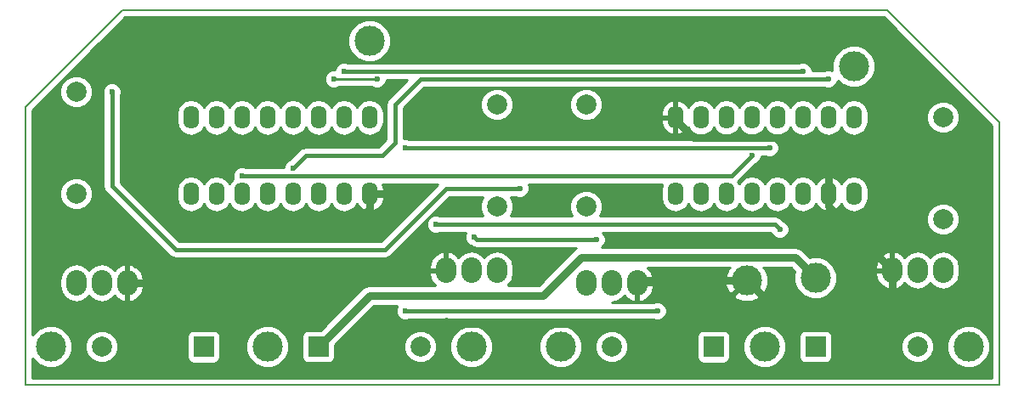
<source format=gbr>
G04 #@! TF.FileFunction,Copper,L2,Bot,Signal*
%FSLAX46Y46*%
G04 Gerber Fmt 4.6, Leading zero omitted, Abs format (unit mm)*
G04 Created by KiCad (PCBNEW 4.0.1-stable) date 2016-05-02 8:22:51 PM*
%MOMM*%
G01*
G04 APERTURE LIST*
%ADD10C,0.100000*%
%ADD11C,0.150000*%
%ADD12C,1.998980*%
%ADD13R,1.998980X1.998980*%
%ADD14O,2.032000X2.540000*%
%ADD15O,1.600000X2.300000*%
%ADD16C,3.000000*%
%ADD17C,0.600000*%
%ADD18C,0.800000*%
%ADD19C,0.450000*%
%ADD20C,0.250000*%
%ADD21C,0.254000*%
G04 APERTURE END LIST*
D10*
D11*
X202184000Y-92710000D02*
X202184000Y-93472000D01*
X202184000Y-94234000D02*
X202184000Y-92710000D01*
X105156000Y-94234000D02*
X202184000Y-94234000D01*
X202184000Y-68072000D02*
X202184000Y-92964000D01*
X191008000Y-56896000D02*
X202184000Y-68072000D01*
X187706000Y-56896000D02*
X191008000Y-56896000D01*
X185420000Y-56896000D02*
X187706000Y-56896000D01*
X114808000Y-56896000D02*
X185420000Y-56896000D01*
X113792000Y-57912000D02*
X114808000Y-56896000D01*
X113284000Y-58420000D02*
X113792000Y-57912000D01*
X112014000Y-59690000D02*
X113284000Y-58420000D01*
X105156000Y-66548000D02*
X112014000Y-59690000D01*
X105156000Y-94234000D02*
X105156000Y-66548000D01*
D12*
X194056000Y-90421460D03*
D13*
X183896000Y-90421460D03*
D12*
X163576000Y-90426540D03*
D13*
X173736000Y-90426540D03*
D12*
X144526000Y-90421460D03*
D13*
X134366000Y-90421460D03*
D12*
X112776000Y-90426540D03*
D13*
X122936000Y-90426540D03*
D14*
X194056000Y-82804000D03*
X191516000Y-82804000D03*
X196596000Y-82804000D03*
X163576000Y-84074000D03*
X166116000Y-84074000D03*
X161036000Y-84074000D03*
X149606000Y-82804000D03*
X147066000Y-82804000D03*
X152146000Y-82804000D03*
X112776000Y-84074000D03*
X115316000Y-84074000D03*
X110236000Y-84074000D03*
D12*
X196596000Y-77724000D03*
X196596000Y-67564000D03*
X161036000Y-76454000D03*
X161036000Y-66294000D03*
X152146000Y-76454000D03*
X152146000Y-66294000D03*
X110236000Y-75184000D03*
X110236000Y-65024000D03*
D15*
X121666000Y-75184000D03*
X124206000Y-75184000D03*
X126746000Y-75184000D03*
X129286000Y-75184000D03*
X131826000Y-75184000D03*
X134366000Y-75184000D03*
X136906000Y-75184000D03*
X139446000Y-75184000D03*
X139446000Y-67564000D03*
X136906000Y-67564000D03*
X134366000Y-67564000D03*
X131826000Y-67564000D03*
X129286000Y-67564000D03*
X126746000Y-67564000D03*
X124206000Y-67564000D03*
X121666000Y-67564000D03*
X187706000Y-67564000D03*
X185166000Y-67564000D03*
X182626000Y-67564000D03*
X180086000Y-67564000D03*
X177546000Y-67564000D03*
X175006000Y-67564000D03*
X172466000Y-67564000D03*
X169926000Y-67564000D03*
X169926000Y-75184000D03*
X172466000Y-75184000D03*
X175006000Y-75184000D03*
X177546000Y-75184000D03*
X180086000Y-75184000D03*
X182626000Y-75184000D03*
X185166000Y-75184000D03*
X187706000Y-75184000D03*
D16*
X139446000Y-59944000D03*
X187706000Y-62484000D03*
X199136000Y-90424000D03*
X178816000Y-90424000D03*
X158496000Y-90424000D03*
X149606000Y-90424000D03*
X129286000Y-90424000D03*
X107696000Y-90424000D03*
X177038000Y-83820000D03*
X183896000Y-83566000D03*
D17*
X196088000Y-92710000D03*
X154178000Y-90932000D03*
X117856000Y-92710000D03*
X107442000Y-78740000D03*
X145542000Y-67310000D03*
X125984000Y-64008000D03*
X117348000Y-65024000D03*
X132334000Y-59944000D03*
X134620000Y-84328000D03*
X192532000Y-73152000D03*
X180594000Y-59944000D03*
X144526000Y-59944000D03*
X127508000Y-82550000D03*
X130048000Y-79248000D03*
X144272000Y-75184000D03*
X147066000Y-87884000D03*
X165862000Y-88138000D03*
X180086000Y-67564000D03*
X113792000Y-65024000D03*
X154432000Y-74676000D03*
X131826000Y-72644000D03*
X185166000Y-63754000D03*
X177546000Y-71374000D03*
X126746000Y-73406000D03*
X168148000Y-86868000D03*
X143002000Y-86868000D03*
X146050000Y-78232000D03*
X180340000Y-78740000D03*
X182626000Y-62992000D03*
X136906000Y-62992000D03*
X140208000Y-63754000D03*
X135890000Y-63754000D03*
X162052000Y-79756000D03*
X149860000Y-79502000D03*
X143002000Y-70612000D03*
X179324000Y-70612000D03*
D18*
X115316000Y-84074000D02*
X125984000Y-84074000D01*
X125984000Y-84074000D02*
X127508000Y-82550000D01*
X139446000Y-76708000D02*
X139446000Y-75184000D01*
X137414000Y-78740000D02*
X139446000Y-76708000D01*
X130556000Y-78740000D02*
X137414000Y-78740000D01*
X130048000Y-79248000D02*
X130556000Y-78740000D01*
X139446000Y-75184000D02*
X144272000Y-75184000D01*
X147066000Y-87884000D02*
X147320000Y-88138000D01*
X147320000Y-88138000D02*
X165862000Y-88138000D01*
X177038000Y-83820000D02*
X166370000Y-83820000D01*
X166370000Y-83820000D02*
X166116000Y-84074000D01*
X191516000Y-82804000D02*
X191516000Y-85344000D01*
X180594000Y-87376000D02*
X177038000Y-83820000D01*
X189484000Y-87376000D02*
X180594000Y-87376000D01*
X191516000Y-85344000D02*
X189484000Y-87376000D01*
X185166000Y-75184000D02*
X185166000Y-76454000D01*
X185166000Y-76454000D02*
X191516000Y-82804000D01*
X169926000Y-67564000D02*
X169926000Y-67818000D01*
X169926000Y-67818000D02*
X171704000Y-69596000D01*
X171704000Y-69596000D02*
X182372000Y-69596000D01*
X182372000Y-69596000D02*
X185166000Y-72390000D01*
X185166000Y-72390000D02*
X185166000Y-75184000D01*
D19*
X113792000Y-74422000D02*
X113792000Y-65024000D01*
X120142000Y-80772000D02*
X113792000Y-74422000D01*
X140970000Y-80772000D02*
X120142000Y-80772000D01*
X147066000Y-74676000D02*
X140970000Y-80772000D01*
X154432000Y-74676000D02*
X147066000Y-74676000D01*
X140716000Y-71374000D02*
X133096000Y-71374000D01*
X185166000Y-63754000D02*
X144526000Y-63754000D01*
X144526000Y-63754000D02*
X141986000Y-66294000D01*
X141986000Y-66294000D02*
X141986000Y-70104000D01*
X141986000Y-70104000D02*
X140716000Y-71374000D01*
X133096000Y-71374000D02*
X131826000Y-72644000D01*
D20*
X131826000Y-72644000D02*
X133096000Y-71374000D01*
X140716000Y-71374000D02*
X141986000Y-70104000D01*
D19*
X175514000Y-73406000D02*
X126746000Y-73406000D01*
X177546000Y-71374000D02*
X175514000Y-73406000D01*
X168148000Y-86868000D02*
X143002000Y-86868000D01*
X179832000Y-78232000D02*
X146050000Y-78232000D01*
X180340000Y-78740000D02*
X179832000Y-78232000D01*
X182626000Y-62992000D02*
X136906000Y-62992000D01*
D20*
X140208000Y-63754000D02*
X136144000Y-63754000D01*
X136144000Y-63754000D02*
X135890000Y-63754000D01*
D19*
X162052000Y-79756000D02*
X150114000Y-79756000D01*
X150114000Y-79756000D02*
X149860000Y-79502000D01*
D20*
X149860000Y-79502000D02*
X150114000Y-79756000D01*
D19*
X178308000Y-70612000D02*
X179324000Y-70612000D01*
X178308000Y-70612000D02*
X143002000Y-70612000D01*
D18*
X134366000Y-90421460D02*
X134368540Y-90421460D01*
X134368540Y-90421460D02*
X139446000Y-85344000D01*
X181864000Y-81534000D02*
X183896000Y-83566000D01*
X160528000Y-81534000D02*
X181864000Y-81534000D01*
X156718000Y-85344000D02*
X160528000Y-81534000D01*
X139446000Y-85344000D02*
X156718000Y-85344000D01*
D21*
G36*
X201474000Y-68366092D02*
X201474000Y-93524000D01*
X105866000Y-93524000D01*
X105866000Y-91585865D01*
X105884980Y-91631800D01*
X106485041Y-92232909D01*
X107269459Y-92558628D01*
X108118815Y-92559370D01*
X108903800Y-92235020D01*
X109504909Y-91634959D01*
X109830628Y-90850541D01*
X109830715Y-90750234D01*
X111141226Y-90750234D01*
X111389538Y-91351195D01*
X111848927Y-91811386D01*
X112449453Y-92060746D01*
X113099694Y-92061314D01*
X113700655Y-91813002D01*
X114160846Y-91353613D01*
X114410206Y-90753087D01*
X114410774Y-90102846D01*
X114162462Y-89501885D01*
X114087758Y-89427050D01*
X121289070Y-89427050D01*
X121289070Y-91426030D01*
X121333348Y-91661347D01*
X121472420Y-91877471D01*
X121684620Y-92022461D01*
X121936510Y-92073470D01*
X123935490Y-92073470D01*
X124170807Y-92029192D01*
X124386931Y-91890120D01*
X124531921Y-91677920D01*
X124582930Y-91426030D01*
X124582930Y-90846815D01*
X127150630Y-90846815D01*
X127474980Y-91631800D01*
X128075041Y-92232909D01*
X128859459Y-92558628D01*
X129708815Y-92559370D01*
X130493800Y-92235020D01*
X131094909Y-91634959D01*
X131420628Y-90850541D01*
X131421370Y-90001185D01*
X131097020Y-89216200D01*
X130496959Y-88615091D01*
X129712541Y-88289372D01*
X128863185Y-88288630D01*
X128078200Y-88612980D01*
X127477091Y-89213041D01*
X127151372Y-89997459D01*
X127150630Y-90846815D01*
X124582930Y-90846815D01*
X124582930Y-89427050D01*
X124538652Y-89191733D01*
X124399580Y-88975609D01*
X124187380Y-88830619D01*
X123935490Y-88779610D01*
X121936510Y-88779610D01*
X121701193Y-88823888D01*
X121485069Y-88962960D01*
X121340079Y-89175160D01*
X121289070Y-89427050D01*
X114087758Y-89427050D01*
X113703073Y-89041694D01*
X113102547Y-88792334D01*
X112452306Y-88791766D01*
X111851345Y-89040078D01*
X111391154Y-89499467D01*
X111141794Y-90099993D01*
X111141226Y-90750234D01*
X109830715Y-90750234D01*
X109831370Y-90001185D01*
X109507020Y-89216200D01*
X108906959Y-88615091D01*
X108122541Y-88289372D01*
X107273185Y-88288630D01*
X106488200Y-88612980D01*
X105887091Y-89213041D01*
X105866000Y-89263834D01*
X105866000Y-83782679D01*
X108585000Y-83782679D01*
X108585000Y-84365321D01*
X108710675Y-84997131D01*
X109068567Y-85532754D01*
X109604190Y-85890646D01*
X110236000Y-86016321D01*
X110867810Y-85890646D01*
X111403433Y-85532754D01*
X111506000Y-85379252D01*
X111608567Y-85532754D01*
X112144190Y-85890646D01*
X112776000Y-86016321D01*
X113407810Y-85890646D01*
X113943433Y-85532754D01*
X114060054Y-85358219D01*
X114238370Y-85585236D01*
X114801523Y-85901926D01*
X114933056Y-85933975D01*
X115189000Y-85814836D01*
X115189000Y-84201000D01*
X115443000Y-84201000D01*
X115443000Y-85814836D01*
X115698944Y-85933975D01*
X115830477Y-85901926D01*
X116393630Y-85585236D01*
X116792724Y-85077143D01*
X116967000Y-84455000D01*
X116967000Y-84201000D01*
X115443000Y-84201000D01*
X115189000Y-84201000D01*
X115169000Y-84201000D01*
X115169000Y-83947000D01*
X115189000Y-83947000D01*
X115189000Y-82333164D01*
X115443000Y-82333164D01*
X115443000Y-83947000D01*
X116967000Y-83947000D01*
X116967000Y-83693000D01*
X116792724Y-83070857D01*
X116393630Y-82562764D01*
X116145096Y-82423000D01*
X145415000Y-82423000D01*
X145415000Y-82677000D01*
X146939000Y-82677000D01*
X146939000Y-81063164D01*
X146683056Y-80944025D01*
X146551523Y-80976074D01*
X145988370Y-81292764D01*
X145589276Y-81800857D01*
X145415000Y-82423000D01*
X116145096Y-82423000D01*
X115830477Y-82246074D01*
X115698944Y-82214025D01*
X115443000Y-82333164D01*
X115189000Y-82333164D01*
X114933056Y-82214025D01*
X114801523Y-82246074D01*
X114238370Y-82562764D01*
X114060054Y-82789781D01*
X113943433Y-82615246D01*
X113407810Y-82257354D01*
X112776000Y-82131679D01*
X112144190Y-82257354D01*
X111608567Y-82615246D01*
X111506000Y-82768748D01*
X111403433Y-82615246D01*
X110867810Y-82257354D01*
X110236000Y-82131679D01*
X109604190Y-82257354D01*
X109068567Y-82615246D01*
X108710675Y-83150869D01*
X108585000Y-83782679D01*
X105866000Y-83782679D01*
X105866000Y-75507694D01*
X108601226Y-75507694D01*
X108849538Y-76108655D01*
X109308927Y-76568846D01*
X109909453Y-76818206D01*
X110559694Y-76818774D01*
X111160655Y-76570462D01*
X111620846Y-76111073D01*
X111870206Y-75510547D01*
X111870774Y-74860306D01*
X111622462Y-74259345D01*
X111163073Y-73799154D01*
X110562547Y-73549794D01*
X109912306Y-73549226D01*
X109311345Y-73797538D01*
X108851154Y-74256927D01*
X108601794Y-74857453D01*
X108601226Y-75507694D01*
X105866000Y-75507694D01*
X105866000Y-66842092D01*
X107360398Y-65347694D01*
X108601226Y-65347694D01*
X108849538Y-65948655D01*
X109308927Y-66408846D01*
X109909453Y-66658206D01*
X110559694Y-66658774D01*
X111160655Y-66410462D01*
X111620846Y-65951073D01*
X111870206Y-65350547D01*
X111870329Y-65209167D01*
X112856838Y-65209167D01*
X112932000Y-65391073D01*
X112932000Y-74422000D01*
X112997464Y-74751108D01*
X113167180Y-75005107D01*
X113183888Y-75030112D01*
X119533888Y-81380112D01*
X119812892Y-81566536D01*
X120142000Y-81632000D01*
X140970000Y-81632000D01*
X141299108Y-81566536D01*
X141578112Y-81380112D01*
X147422224Y-75536000D01*
X150757387Y-75536000D01*
X150511794Y-76127453D01*
X150511226Y-76777694D01*
X150756788Y-77372000D01*
X146417028Y-77372000D01*
X146236799Y-77297162D01*
X145864833Y-77296838D01*
X145521057Y-77438883D01*
X145257808Y-77701673D01*
X145115162Y-78045201D01*
X145114838Y-78417167D01*
X145256883Y-78760943D01*
X145519673Y-79024192D01*
X145863201Y-79166838D01*
X146235167Y-79167162D01*
X146417073Y-79092000D01*
X149017844Y-79092000D01*
X148925162Y-79315201D01*
X148924838Y-79687167D01*
X149066883Y-80030943D01*
X149329673Y-80294192D01*
X149518742Y-80372701D01*
X149784892Y-80550536D01*
X150114000Y-80616000D01*
X160074730Y-80616000D01*
X159796144Y-80802144D01*
X159796142Y-80802147D01*
X156289288Y-84309000D01*
X153244221Y-84309000D01*
X153313433Y-84262754D01*
X153671325Y-83727131D01*
X153797000Y-83095321D01*
X153797000Y-82512679D01*
X153671325Y-81880869D01*
X153313433Y-81345246D01*
X152777810Y-80987354D01*
X152146000Y-80861679D01*
X151514190Y-80987354D01*
X150978567Y-81345246D01*
X150876000Y-81498748D01*
X150773433Y-81345246D01*
X150237810Y-80987354D01*
X149606000Y-80861679D01*
X148974190Y-80987354D01*
X148438567Y-81345246D01*
X148321946Y-81519781D01*
X148143630Y-81292764D01*
X147580477Y-80976074D01*
X147448944Y-80944025D01*
X147193000Y-81063164D01*
X147193000Y-82677000D01*
X147213000Y-82677000D01*
X147213000Y-82931000D01*
X147193000Y-82931000D01*
X147193000Y-82951000D01*
X146939000Y-82951000D01*
X146939000Y-82931000D01*
X145415000Y-82931000D01*
X145415000Y-83185000D01*
X145589276Y-83807143D01*
X145983472Y-84309000D01*
X139446005Y-84309000D01*
X139446000Y-84308999D01*
X139049923Y-84387785D01*
X138714144Y-84612144D01*
X138714142Y-84612147D01*
X134551758Y-88774530D01*
X133366510Y-88774530D01*
X133131193Y-88818808D01*
X132915069Y-88957880D01*
X132770079Y-89170080D01*
X132719070Y-89421970D01*
X132719070Y-91420950D01*
X132763348Y-91656267D01*
X132902420Y-91872391D01*
X133114620Y-92017381D01*
X133366510Y-92068390D01*
X135365490Y-92068390D01*
X135600807Y-92024112D01*
X135816931Y-91885040D01*
X135961921Y-91672840D01*
X136012930Y-91420950D01*
X136012930Y-90745154D01*
X142891226Y-90745154D01*
X143139538Y-91346115D01*
X143598927Y-91806306D01*
X144199453Y-92055666D01*
X144849694Y-92056234D01*
X145450655Y-91807922D01*
X145910846Y-91348533D01*
X146119177Y-90846815D01*
X147470630Y-90846815D01*
X147794980Y-91631800D01*
X148395041Y-92232909D01*
X149179459Y-92558628D01*
X150028815Y-92559370D01*
X150813800Y-92235020D01*
X151414909Y-91634959D01*
X151740628Y-90850541D01*
X151740631Y-90846815D01*
X156360630Y-90846815D01*
X156684980Y-91631800D01*
X157285041Y-92232909D01*
X158069459Y-92558628D01*
X158918815Y-92559370D01*
X159703800Y-92235020D01*
X160304909Y-91634959D01*
X160630628Y-90850541D01*
X160630715Y-90750234D01*
X161941226Y-90750234D01*
X162189538Y-91351195D01*
X162648927Y-91811386D01*
X163249453Y-92060746D01*
X163899694Y-92061314D01*
X164500655Y-91813002D01*
X164960846Y-91353613D01*
X165210206Y-90753087D01*
X165210774Y-90102846D01*
X164962462Y-89501885D01*
X164887758Y-89427050D01*
X172089070Y-89427050D01*
X172089070Y-91426030D01*
X172133348Y-91661347D01*
X172272420Y-91877471D01*
X172484620Y-92022461D01*
X172736510Y-92073470D01*
X174735490Y-92073470D01*
X174970807Y-92029192D01*
X175186931Y-91890120D01*
X175331921Y-91677920D01*
X175382930Y-91426030D01*
X175382930Y-90846815D01*
X176680630Y-90846815D01*
X177004980Y-91631800D01*
X177605041Y-92232909D01*
X178389459Y-92558628D01*
X179238815Y-92559370D01*
X180023800Y-92235020D01*
X180624909Y-91634959D01*
X180950628Y-90850541D01*
X180951370Y-90001185D01*
X180712043Y-89421970D01*
X182249070Y-89421970D01*
X182249070Y-91420950D01*
X182293348Y-91656267D01*
X182432420Y-91872391D01*
X182644620Y-92017381D01*
X182896510Y-92068390D01*
X184895490Y-92068390D01*
X185130807Y-92024112D01*
X185346931Y-91885040D01*
X185491921Y-91672840D01*
X185542930Y-91420950D01*
X185542930Y-90745154D01*
X192421226Y-90745154D01*
X192669538Y-91346115D01*
X193128927Y-91806306D01*
X193729453Y-92055666D01*
X194379694Y-92056234D01*
X194980655Y-91807922D01*
X195440846Y-91348533D01*
X195649177Y-90846815D01*
X197000630Y-90846815D01*
X197324980Y-91631800D01*
X197925041Y-92232909D01*
X198709459Y-92558628D01*
X199558815Y-92559370D01*
X200343800Y-92235020D01*
X200944909Y-91634959D01*
X201270628Y-90850541D01*
X201271370Y-90001185D01*
X200947020Y-89216200D01*
X200346959Y-88615091D01*
X199562541Y-88289372D01*
X198713185Y-88288630D01*
X197928200Y-88612980D01*
X197327091Y-89213041D01*
X197001372Y-89997459D01*
X197000630Y-90846815D01*
X195649177Y-90846815D01*
X195690206Y-90748007D01*
X195690774Y-90097766D01*
X195442462Y-89496805D01*
X194983073Y-89036614D01*
X194382547Y-88787254D01*
X193732306Y-88786686D01*
X193131345Y-89034998D01*
X192671154Y-89494387D01*
X192421794Y-90094913D01*
X192421226Y-90745154D01*
X185542930Y-90745154D01*
X185542930Y-89421970D01*
X185498652Y-89186653D01*
X185359580Y-88970529D01*
X185147380Y-88825539D01*
X184895490Y-88774530D01*
X182896510Y-88774530D01*
X182661193Y-88818808D01*
X182445069Y-88957880D01*
X182300079Y-89170080D01*
X182249070Y-89421970D01*
X180712043Y-89421970D01*
X180627020Y-89216200D01*
X180026959Y-88615091D01*
X179242541Y-88289372D01*
X178393185Y-88288630D01*
X177608200Y-88612980D01*
X177007091Y-89213041D01*
X176681372Y-89997459D01*
X176680630Y-90846815D01*
X175382930Y-90846815D01*
X175382930Y-89427050D01*
X175338652Y-89191733D01*
X175199580Y-88975609D01*
X174987380Y-88830619D01*
X174735490Y-88779610D01*
X172736510Y-88779610D01*
X172501193Y-88823888D01*
X172285069Y-88962960D01*
X172140079Y-89175160D01*
X172089070Y-89427050D01*
X164887758Y-89427050D01*
X164503073Y-89041694D01*
X163902547Y-88792334D01*
X163252306Y-88791766D01*
X162651345Y-89040078D01*
X162191154Y-89499467D01*
X161941794Y-90099993D01*
X161941226Y-90750234D01*
X160630715Y-90750234D01*
X160631370Y-90001185D01*
X160307020Y-89216200D01*
X159706959Y-88615091D01*
X158922541Y-88289372D01*
X158073185Y-88288630D01*
X157288200Y-88612980D01*
X156687091Y-89213041D01*
X156361372Y-89997459D01*
X156360630Y-90846815D01*
X151740631Y-90846815D01*
X151741370Y-90001185D01*
X151417020Y-89216200D01*
X150816959Y-88615091D01*
X150032541Y-88289372D01*
X149183185Y-88288630D01*
X148398200Y-88612980D01*
X147797091Y-89213041D01*
X147471372Y-89997459D01*
X147470630Y-90846815D01*
X146119177Y-90846815D01*
X146160206Y-90748007D01*
X146160774Y-90097766D01*
X145912462Y-89496805D01*
X145453073Y-89036614D01*
X144852547Y-88787254D01*
X144202306Y-88786686D01*
X143601345Y-89034998D01*
X143141154Y-89494387D01*
X142891794Y-90094913D01*
X142891226Y-90745154D01*
X136012930Y-90745154D01*
X136012930Y-90240782D01*
X139874711Y-86379000D01*
X142192647Y-86379000D01*
X142067162Y-86681201D01*
X142066838Y-87053167D01*
X142208883Y-87396943D01*
X142471673Y-87660192D01*
X142815201Y-87802838D01*
X143187167Y-87803162D01*
X143369073Y-87728000D01*
X167780972Y-87728000D01*
X167961201Y-87802838D01*
X168333167Y-87803162D01*
X168676943Y-87661117D01*
X168940192Y-87398327D01*
X169082838Y-87054799D01*
X169083162Y-86682833D01*
X168941117Y-86339057D01*
X168678327Y-86075808D01*
X168334799Y-85933162D01*
X167962833Y-85932838D01*
X167780927Y-86008000D01*
X163617832Y-86008000D01*
X164207810Y-85890646D01*
X164743433Y-85532754D01*
X164860054Y-85358219D01*
X165038370Y-85585236D01*
X165601523Y-85901926D01*
X165733056Y-85933975D01*
X165989000Y-85814836D01*
X165989000Y-84201000D01*
X166243000Y-84201000D01*
X166243000Y-85814836D01*
X166498944Y-85933975D01*
X166630477Y-85901926D01*
X167193630Y-85585236D01*
X167390992Y-85333970D01*
X175703635Y-85333970D01*
X175863418Y-85652739D01*
X176654187Y-85962723D01*
X177503387Y-85946497D01*
X178212582Y-85652739D01*
X178372365Y-85333970D01*
X177038000Y-83999605D01*
X175703635Y-85333970D01*
X167390992Y-85333970D01*
X167592724Y-85077143D01*
X167767000Y-84455000D01*
X167767000Y-84201000D01*
X166243000Y-84201000D01*
X165989000Y-84201000D01*
X165969000Y-84201000D01*
X165969000Y-83947000D01*
X165989000Y-83947000D01*
X165989000Y-83927000D01*
X166243000Y-83927000D01*
X166243000Y-83947000D01*
X167767000Y-83947000D01*
X167767000Y-83693000D01*
X167592724Y-83070857D01*
X167198528Y-82569000D01*
X175357716Y-82569000D01*
X175205261Y-82645418D01*
X174895277Y-83436187D01*
X174911503Y-84285387D01*
X175205261Y-84994582D01*
X175524030Y-85154365D01*
X176858395Y-83820000D01*
X176844253Y-83805858D01*
X177023858Y-83626253D01*
X177038000Y-83640395D01*
X177052143Y-83626253D01*
X177231748Y-83805858D01*
X177217605Y-83820000D01*
X178551970Y-85154365D01*
X178870739Y-84994582D01*
X179180723Y-84203813D01*
X179164497Y-83354613D01*
X178870739Y-82645418D01*
X178718284Y-82569000D01*
X181435288Y-82569000D01*
X181833073Y-82966784D01*
X181761372Y-83139459D01*
X181760630Y-83988815D01*
X182084980Y-84773800D01*
X182685041Y-85374909D01*
X183469459Y-85700628D01*
X184318815Y-85701370D01*
X185103800Y-85377020D01*
X185704909Y-84776959D01*
X186030628Y-83992541D01*
X186031370Y-83143185D01*
X185943697Y-82931000D01*
X189865000Y-82931000D01*
X189865000Y-83185000D01*
X190039276Y-83807143D01*
X190438370Y-84315236D01*
X191001523Y-84631926D01*
X191133056Y-84663975D01*
X191389000Y-84544836D01*
X191389000Y-82931000D01*
X189865000Y-82931000D01*
X185943697Y-82931000D01*
X185733795Y-82423000D01*
X189865000Y-82423000D01*
X189865000Y-82677000D01*
X191389000Y-82677000D01*
X191389000Y-81063164D01*
X191643000Y-81063164D01*
X191643000Y-82677000D01*
X191663000Y-82677000D01*
X191663000Y-82931000D01*
X191643000Y-82931000D01*
X191643000Y-84544836D01*
X191898944Y-84663975D01*
X192030477Y-84631926D01*
X192593630Y-84315236D01*
X192771946Y-84088219D01*
X192888567Y-84262754D01*
X193424190Y-84620646D01*
X194056000Y-84746321D01*
X194687810Y-84620646D01*
X195223433Y-84262754D01*
X195326000Y-84109252D01*
X195428567Y-84262754D01*
X195964190Y-84620646D01*
X196596000Y-84746321D01*
X197227810Y-84620646D01*
X197763433Y-84262754D01*
X198121325Y-83727131D01*
X198247000Y-83095321D01*
X198247000Y-82512679D01*
X198121325Y-81880869D01*
X197763433Y-81345246D01*
X197227810Y-80987354D01*
X196596000Y-80861679D01*
X195964190Y-80987354D01*
X195428567Y-81345246D01*
X195326000Y-81498748D01*
X195223433Y-81345246D01*
X194687810Y-80987354D01*
X194056000Y-80861679D01*
X193424190Y-80987354D01*
X192888567Y-81345246D01*
X192771946Y-81519781D01*
X192593630Y-81292764D01*
X192030477Y-80976074D01*
X191898944Y-80944025D01*
X191643000Y-81063164D01*
X191389000Y-81063164D01*
X191133056Y-80944025D01*
X191001523Y-80976074D01*
X190438370Y-81292764D01*
X190039276Y-81800857D01*
X189865000Y-82423000D01*
X185733795Y-82423000D01*
X185707020Y-82358200D01*
X185106959Y-81757091D01*
X184322541Y-81431372D01*
X183473185Y-81430630D01*
X183297099Y-81503387D01*
X182595856Y-80802144D01*
X182260077Y-80577785D01*
X181864000Y-80498999D01*
X181863995Y-80499000D01*
X162631148Y-80499000D01*
X162844192Y-80286327D01*
X162986838Y-79942799D01*
X162987162Y-79570833D01*
X162845117Y-79227057D01*
X162710295Y-79092000D01*
X179473772Y-79092000D01*
X179546883Y-79268943D01*
X179809673Y-79532192D01*
X180153201Y-79674838D01*
X180525167Y-79675162D01*
X180868943Y-79533117D01*
X181132192Y-79270327D01*
X181274838Y-78926799D01*
X181275162Y-78554833D01*
X181133117Y-78211057D01*
X180970039Y-78047694D01*
X194961226Y-78047694D01*
X195209538Y-78648655D01*
X195668927Y-79108846D01*
X196269453Y-79358206D01*
X196919694Y-79358774D01*
X197520655Y-79110462D01*
X197980846Y-78651073D01*
X198230206Y-78050547D01*
X198230774Y-77400306D01*
X197982462Y-76799345D01*
X197523073Y-76339154D01*
X196922547Y-76089794D01*
X196272306Y-76089226D01*
X195671345Y-76337538D01*
X195211154Y-76796927D01*
X194961794Y-77397453D01*
X194961226Y-78047694D01*
X180970039Y-78047694D01*
X180870327Y-77947808D01*
X180688551Y-77872328D01*
X180440112Y-77623888D01*
X180161108Y-77437464D01*
X179832000Y-77372000D01*
X162424613Y-77372000D01*
X162670206Y-76780547D01*
X162670774Y-76130306D01*
X162422462Y-75529345D01*
X161963073Y-75069154D01*
X161362547Y-74819794D01*
X160712306Y-74819226D01*
X160111345Y-75067538D01*
X159651154Y-75526927D01*
X159401794Y-76127453D01*
X159401226Y-76777694D01*
X159646788Y-77372000D01*
X153534613Y-77372000D01*
X153780206Y-76780547D01*
X153780774Y-76130306D01*
X153535212Y-75536000D01*
X154064972Y-75536000D01*
X154245201Y-75610838D01*
X154617167Y-75611162D01*
X154960943Y-75469117D01*
X155224192Y-75206327D01*
X155366838Y-74862799D01*
X155367162Y-74490833D01*
X155274263Y-74266000D01*
X168597026Y-74266000D01*
X168491000Y-74799030D01*
X168491000Y-75568970D01*
X168600233Y-76118121D01*
X168911302Y-76583668D01*
X169376849Y-76894737D01*
X169926000Y-77003970D01*
X170475151Y-76894737D01*
X170940698Y-76583668D01*
X171196000Y-76201582D01*
X171451302Y-76583668D01*
X171916849Y-76894737D01*
X172466000Y-77003970D01*
X173015151Y-76894737D01*
X173480698Y-76583668D01*
X173736000Y-76201582D01*
X173991302Y-76583668D01*
X174456849Y-76894737D01*
X175006000Y-77003970D01*
X175555151Y-76894737D01*
X176020698Y-76583668D01*
X176276000Y-76201582D01*
X176531302Y-76583668D01*
X176996849Y-76894737D01*
X177546000Y-77003970D01*
X178095151Y-76894737D01*
X178560698Y-76583668D01*
X178816000Y-76201582D01*
X179071302Y-76583668D01*
X179536849Y-76894737D01*
X180086000Y-77003970D01*
X180635151Y-76894737D01*
X181100698Y-76583668D01*
X181356000Y-76201582D01*
X181611302Y-76583668D01*
X182076849Y-76894737D01*
X182626000Y-77003970D01*
X183175151Y-76894737D01*
X183640698Y-76583668D01*
X183893149Y-76205849D01*
X184241104Y-76638500D01*
X184734181Y-76908367D01*
X184816961Y-76925904D01*
X185039000Y-76803915D01*
X185039000Y-75311000D01*
X185019000Y-75311000D01*
X185019000Y-75057000D01*
X185039000Y-75057000D01*
X185039000Y-73564085D01*
X185293000Y-73564085D01*
X185293000Y-75057000D01*
X185313000Y-75057000D01*
X185313000Y-75311000D01*
X185293000Y-75311000D01*
X185293000Y-76803915D01*
X185515039Y-76925904D01*
X185597819Y-76908367D01*
X186090896Y-76638500D01*
X186438851Y-76205849D01*
X186691302Y-76583668D01*
X187156849Y-76894737D01*
X187706000Y-77003970D01*
X188255151Y-76894737D01*
X188720698Y-76583668D01*
X189031767Y-76118121D01*
X189141000Y-75568970D01*
X189141000Y-74799030D01*
X189031767Y-74249879D01*
X188720698Y-73784332D01*
X188255151Y-73473263D01*
X187706000Y-73364030D01*
X187156849Y-73473263D01*
X186691302Y-73784332D01*
X186438851Y-74162151D01*
X186090896Y-73729500D01*
X185597819Y-73459633D01*
X185515039Y-73442096D01*
X185293000Y-73564085D01*
X185039000Y-73564085D01*
X184816961Y-73442096D01*
X184734181Y-73459633D01*
X184241104Y-73729500D01*
X183893149Y-74162151D01*
X183640698Y-73784332D01*
X183175151Y-73473263D01*
X182626000Y-73364030D01*
X182076849Y-73473263D01*
X181611302Y-73784332D01*
X181356000Y-74166418D01*
X181100698Y-73784332D01*
X180635151Y-73473263D01*
X180086000Y-73364030D01*
X179536849Y-73473263D01*
X179071302Y-73784332D01*
X178816000Y-74166418D01*
X178560698Y-73784332D01*
X178095151Y-73473263D01*
X177546000Y-73364030D01*
X176996849Y-73473263D01*
X176531302Y-73784332D01*
X176276000Y-74166418D01*
X176153356Y-73982868D01*
X177894585Y-72241639D01*
X178074943Y-72167117D01*
X178338192Y-71904327D01*
X178480838Y-71560799D01*
X178480915Y-71472000D01*
X178956972Y-71472000D01*
X179137201Y-71546838D01*
X179509167Y-71547162D01*
X179852943Y-71405117D01*
X180116192Y-71142327D01*
X180258838Y-70798799D01*
X180259162Y-70426833D01*
X180117117Y-70083057D01*
X179854327Y-69819808D01*
X179510799Y-69677162D01*
X179138833Y-69676838D01*
X178956927Y-69752000D01*
X143369028Y-69752000D01*
X143188799Y-69677162D01*
X142846000Y-69676863D01*
X142846000Y-66650224D01*
X142878530Y-66617694D01*
X150511226Y-66617694D01*
X150759538Y-67218655D01*
X151218927Y-67678846D01*
X151819453Y-67928206D01*
X152469694Y-67928774D01*
X153070655Y-67680462D01*
X153530846Y-67221073D01*
X153780206Y-66620547D01*
X153780208Y-66617694D01*
X159401226Y-66617694D01*
X159649538Y-67218655D01*
X160108927Y-67678846D01*
X160709453Y-67928206D01*
X161359694Y-67928774D01*
X161935151Y-67691000D01*
X168491000Y-67691000D01*
X168491000Y-68041000D01*
X168648834Y-68580483D01*
X169001104Y-69018500D01*
X169494181Y-69288367D01*
X169576961Y-69305904D01*
X169799000Y-69183915D01*
X169799000Y-67691000D01*
X168491000Y-67691000D01*
X161935151Y-67691000D01*
X161960655Y-67680462D01*
X162420846Y-67221073D01*
X162476517Y-67087000D01*
X168491000Y-67087000D01*
X168491000Y-67437000D01*
X169799000Y-67437000D01*
X169799000Y-65944085D01*
X170053000Y-65944085D01*
X170053000Y-67437000D01*
X170073000Y-67437000D01*
X170073000Y-67691000D01*
X170053000Y-67691000D01*
X170053000Y-69183915D01*
X170275039Y-69305904D01*
X170357819Y-69288367D01*
X170850896Y-69018500D01*
X171198851Y-68585849D01*
X171451302Y-68963668D01*
X171916849Y-69274737D01*
X172466000Y-69383970D01*
X173015151Y-69274737D01*
X173480698Y-68963668D01*
X173736000Y-68581582D01*
X173991302Y-68963668D01*
X174456849Y-69274737D01*
X175006000Y-69383970D01*
X175555151Y-69274737D01*
X176020698Y-68963668D01*
X176276000Y-68581582D01*
X176531302Y-68963668D01*
X176996849Y-69274737D01*
X177546000Y-69383970D01*
X178095151Y-69274737D01*
X178560698Y-68963668D01*
X178816000Y-68581582D01*
X179071302Y-68963668D01*
X179536849Y-69274737D01*
X180086000Y-69383970D01*
X180635151Y-69274737D01*
X181100698Y-68963668D01*
X181356000Y-68581582D01*
X181611302Y-68963668D01*
X182076849Y-69274737D01*
X182626000Y-69383970D01*
X183175151Y-69274737D01*
X183640698Y-68963668D01*
X183896000Y-68581582D01*
X184151302Y-68963668D01*
X184616849Y-69274737D01*
X185166000Y-69383970D01*
X185715151Y-69274737D01*
X186180698Y-68963668D01*
X186436000Y-68581582D01*
X186691302Y-68963668D01*
X187156849Y-69274737D01*
X187706000Y-69383970D01*
X188255151Y-69274737D01*
X188720698Y-68963668D01*
X189031767Y-68498121D01*
X189141000Y-67948970D01*
X189141000Y-67887694D01*
X194961226Y-67887694D01*
X195209538Y-68488655D01*
X195668927Y-68948846D01*
X196269453Y-69198206D01*
X196919694Y-69198774D01*
X197520655Y-68950462D01*
X197980846Y-68491073D01*
X198230206Y-67890547D01*
X198230774Y-67240306D01*
X197982462Y-66639345D01*
X197523073Y-66179154D01*
X196922547Y-65929794D01*
X196272306Y-65929226D01*
X195671345Y-66177538D01*
X195211154Y-66636927D01*
X194961794Y-67237453D01*
X194961226Y-67887694D01*
X189141000Y-67887694D01*
X189141000Y-67179030D01*
X189031767Y-66629879D01*
X188720698Y-66164332D01*
X188255151Y-65853263D01*
X187706000Y-65744030D01*
X187156849Y-65853263D01*
X186691302Y-66164332D01*
X186436000Y-66546418D01*
X186180698Y-66164332D01*
X185715151Y-65853263D01*
X185166000Y-65744030D01*
X184616849Y-65853263D01*
X184151302Y-66164332D01*
X183896000Y-66546418D01*
X183640698Y-66164332D01*
X183175151Y-65853263D01*
X182626000Y-65744030D01*
X182076849Y-65853263D01*
X181611302Y-66164332D01*
X181356000Y-66546418D01*
X181100698Y-66164332D01*
X180635151Y-65853263D01*
X180086000Y-65744030D01*
X179536849Y-65853263D01*
X179071302Y-66164332D01*
X178816000Y-66546418D01*
X178560698Y-66164332D01*
X178095151Y-65853263D01*
X177546000Y-65744030D01*
X176996849Y-65853263D01*
X176531302Y-66164332D01*
X176276000Y-66546418D01*
X176020698Y-66164332D01*
X175555151Y-65853263D01*
X175006000Y-65744030D01*
X174456849Y-65853263D01*
X173991302Y-66164332D01*
X173736000Y-66546418D01*
X173480698Y-66164332D01*
X173015151Y-65853263D01*
X172466000Y-65744030D01*
X171916849Y-65853263D01*
X171451302Y-66164332D01*
X171198851Y-66542151D01*
X170850896Y-66109500D01*
X170357819Y-65839633D01*
X170275039Y-65822096D01*
X170053000Y-65944085D01*
X169799000Y-65944085D01*
X169576961Y-65822096D01*
X169494181Y-65839633D01*
X169001104Y-66109500D01*
X168648834Y-66547517D01*
X168491000Y-67087000D01*
X162476517Y-67087000D01*
X162670206Y-66620547D01*
X162670774Y-65970306D01*
X162422462Y-65369345D01*
X161963073Y-64909154D01*
X161362547Y-64659794D01*
X160712306Y-64659226D01*
X160111345Y-64907538D01*
X159651154Y-65366927D01*
X159401794Y-65967453D01*
X159401226Y-66617694D01*
X153780208Y-66617694D01*
X153780774Y-65970306D01*
X153532462Y-65369345D01*
X153073073Y-64909154D01*
X152472547Y-64659794D01*
X151822306Y-64659226D01*
X151221345Y-64907538D01*
X150761154Y-65366927D01*
X150511794Y-65967453D01*
X150511226Y-66617694D01*
X142878530Y-66617694D01*
X144882224Y-64614000D01*
X184798972Y-64614000D01*
X184979201Y-64688838D01*
X185351167Y-64689162D01*
X185694943Y-64547117D01*
X185958192Y-64284327D01*
X186100838Y-63940799D01*
X186100875Y-63898055D01*
X186495041Y-64292909D01*
X187279459Y-64618628D01*
X188128815Y-64619370D01*
X188913800Y-64295020D01*
X189514909Y-63694959D01*
X189840628Y-62910541D01*
X189841370Y-62061185D01*
X189517020Y-61276200D01*
X188916959Y-60675091D01*
X188132541Y-60349372D01*
X187283185Y-60348630D01*
X186498200Y-60672980D01*
X185897091Y-61273041D01*
X185571372Y-62057459D01*
X185570630Y-62906815D01*
X185572026Y-62910193D01*
X185352799Y-62819162D01*
X184980833Y-62818838D01*
X184798927Y-62894000D01*
X183561086Y-62894000D01*
X183561162Y-62806833D01*
X183419117Y-62463057D01*
X183156327Y-62199808D01*
X182812799Y-62057162D01*
X182440833Y-62056838D01*
X182258927Y-62132000D01*
X137273028Y-62132000D01*
X137092799Y-62057162D01*
X136720833Y-62056838D01*
X136377057Y-62198883D01*
X136113808Y-62461673D01*
X135971162Y-62805201D01*
X135971150Y-62819070D01*
X135704833Y-62818838D01*
X135361057Y-62960883D01*
X135097808Y-63223673D01*
X134955162Y-63567201D01*
X134954838Y-63939167D01*
X135096883Y-64282943D01*
X135359673Y-64546192D01*
X135703201Y-64688838D01*
X136075167Y-64689162D01*
X136418943Y-64547117D01*
X136452118Y-64514000D01*
X139645537Y-64514000D01*
X139677673Y-64546192D01*
X140021201Y-64688838D01*
X140393167Y-64689162D01*
X140736943Y-64547117D01*
X141000192Y-64284327D01*
X141142838Y-63940799D01*
X141142915Y-63852000D01*
X143211776Y-63852000D01*
X141377888Y-65685888D01*
X141191464Y-65964892D01*
X141126000Y-66294000D01*
X141126000Y-69747776D01*
X140359776Y-70514000D01*
X133096000Y-70514000D01*
X132766892Y-70579464D01*
X132568370Y-70712112D01*
X132487888Y-70765888D01*
X131477415Y-71776361D01*
X131297057Y-71850883D01*
X131033808Y-72113673D01*
X130891162Y-72457201D01*
X130891085Y-72546000D01*
X127113028Y-72546000D01*
X126932799Y-72471162D01*
X126560833Y-72470838D01*
X126217057Y-72612883D01*
X125953808Y-72875673D01*
X125811162Y-73219201D01*
X125810838Y-73591167D01*
X125856176Y-73700894D01*
X125731302Y-73784332D01*
X125476000Y-74166418D01*
X125220698Y-73784332D01*
X124755151Y-73473263D01*
X124206000Y-73364030D01*
X123656849Y-73473263D01*
X123191302Y-73784332D01*
X122936000Y-74166418D01*
X122680698Y-73784332D01*
X122215151Y-73473263D01*
X121666000Y-73364030D01*
X121116849Y-73473263D01*
X120651302Y-73784332D01*
X120340233Y-74249879D01*
X120231000Y-74799030D01*
X120231000Y-75568970D01*
X120340233Y-76118121D01*
X120651302Y-76583668D01*
X121116849Y-76894737D01*
X121666000Y-77003970D01*
X122215151Y-76894737D01*
X122680698Y-76583668D01*
X122936000Y-76201582D01*
X123191302Y-76583668D01*
X123656849Y-76894737D01*
X124206000Y-77003970D01*
X124755151Y-76894737D01*
X125220698Y-76583668D01*
X125476000Y-76201582D01*
X125731302Y-76583668D01*
X126196849Y-76894737D01*
X126746000Y-77003970D01*
X127295151Y-76894737D01*
X127760698Y-76583668D01*
X128016000Y-76201582D01*
X128271302Y-76583668D01*
X128736849Y-76894737D01*
X129286000Y-77003970D01*
X129835151Y-76894737D01*
X130300698Y-76583668D01*
X130556000Y-76201582D01*
X130811302Y-76583668D01*
X131276849Y-76894737D01*
X131826000Y-77003970D01*
X132375151Y-76894737D01*
X132840698Y-76583668D01*
X133096000Y-76201582D01*
X133351302Y-76583668D01*
X133816849Y-76894737D01*
X134366000Y-77003970D01*
X134915151Y-76894737D01*
X135380698Y-76583668D01*
X135636000Y-76201582D01*
X135891302Y-76583668D01*
X136356849Y-76894737D01*
X136906000Y-77003970D01*
X137455151Y-76894737D01*
X137920698Y-76583668D01*
X138173149Y-76205849D01*
X138521104Y-76638500D01*
X139014181Y-76908367D01*
X139096961Y-76925904D01*
X139319000Y-76803915D01*
X139319000Y-75311000D01*
X139573000Y-75311000D01*
X139573000Y-76803915D01*
X139795039Y-76925904D01*
X139877819Y-76908367D01*
X140370896Y-76638500D01*
X140723166Y-76200483D01*
X140881000Y-75661000D01*
X140881000Y-75311000D01*
X139573000Y-75311000D01*
X139319000Y-75311000D01*
X139299000Y-75311000D01*
X139299000Y-75057000D01*
X139319000Y-75057000D01*
X139319000Y-75037000D01*
X139573000Y-75037000D01*
X139573000Y-75057000D01*
X140881000Y-75057000D01*
X140881000Y-74707000D01*
X140751979Y-74266000D01*
X146259776Y-74266000D01*
X140613776Y-79912000D01*
X120498224Y-79912000D01*
X114652000Y-74065776D01*
X114652000Y-67179030D01*
X120231000Y-67179030D01*
X120231000Y-67948970D01*
X120340233Y-68498121D01*
X120651302Y-68963668D01*
X121116849Y-69274737D01*
X121666000Y-69383970D01*
X122215151Y-69274737D01*
X122680698Y-68963668D01*
X122936000Y-68581582D01*
X123191302Y-68963668D01*
X123656849Y-69274737D01*
X124206000Y-69383970D01*
X124755151Y-69274737D01*
X125220698Y-68963668D01*
X125476000Y-68581582D01*
X125731302Y-68963668D01*
X126196849Y-69274737D01*
X126746000Y-69383970D01*
X127295151Y-69274737D01*
X127760698Y-68963668D01*
X128016000Y-68581582D01*
X128271302Y-68963668D01*
X128736849Y-69274737D01*
X129286000Y-69383970D01*
X129835151Y-69274737D01*
X130300698Y-68963668D01*
X130556000Y-68581582D01*
X130811302Y-68963668D01*
X131276849Y-69274737D01*
X131826000Y-69383970D01*
X132375151Y-69274737D01*
X132840698Y-68963668D01*
X133096000Y-68581582D01*
X133351302Y-68963668D01*
X133816849Y-69274737D01*
X134366000Y-69383970D01*
X134915151Y-69274737D01*
X135380698Y-68963668D01*
X135636000Y-68581582D01*
X135891302Y-68963668D01*
X136356849Y-69274737D01*
X136906000Y-69383970D01*
X137455151Y-69274737D01*
X137920698Y-68963668D01*
X138176000Y-68581582D01*
X138431302Y-68963668D01*
X138896849Y-69274737D01*
X139446000Y-69383970D01*
X139995151Y-69274737D01*
X140460698Y-68963668D01*
X140771767Y-68498121D01*
X140881000Y-67948970D01*
X140881000Y-67179030D01*
X140771767Y-66629879D01*
X140460698Y-66164332D01*
X139995151Y-65853263D01*
X139446000Y-65744030D01*
X138896849Y-65853263D01*
X138431302Y-66164332D01*
X138176000Y-66546418D01*
X137920698Y-66164332D01*
X137455151Y-65853263D01*
X136906000Y-65744030D01*
X136356849Y-65853263D01*
X135891302Y-66164332D01*
X135636000Y-66546418D01*
X135380698Y-66164332D01*
X134915151Y-65853263D01*
X134366000Y-65744030D01*
X133816849Y-65853263D01*
X133351302Y-66164332D01*
X133096000Y-66546418D01*
X132840698Y-66164332D01*
X132375151Y-65853263D01*
X131826000Y-65744030D01*
X131276849Y-65853263D01*
X130811302Y-66164332D01*
X130556000Y-66546418D01*
X130300698Y-66164332D01*
X129835151Y-65853263D01*
X129286000Y-65744030D01*
X128736849Y-65853263D01*
X128271302Y-66164332D01*
X128016000Y-66546418D01*
X127760698Y-66164332D01*
X127295151Y-65853263D01*
X126746000Y-65744030D01*
X126196849Y-65853263D01*
X125731302Y-66164332D01*
X125476000Y-66546418D01*
X125220698Y-66164332D01*
X124755151Y-65853263D01*
X124206000Y-65744030D01*
X123656849Y-65853263D01*
X123191302Y-66164332D01*
X122936000Y-66546418D01*
X122680698Y-66164332D01*
X122215151Y-65853263D01*
X121666000Y-65744030D01*
X121116849Y-65853263D01*
X120651302Y-66164332D01*
X120340233Y-66629879D01*
X120231000Y-67179030D01*
X114652000Y-67179030D01*
X114652000Y-65391028D01*
X114726838Y-65210799D01*
X114727162Y-64838833D01*
X114585117Y-64495057D01*
X114322327Y-64231808D01*
X113978799Y-64089162D01*
X113606833Y-64088838D01*
X113263057Y-64230883D01*
X112999808Y-64493673D01*
X112857162Y-64837201D01*
X112856838Y-65209167D01*
X111870329Y-65209167D01*
X111870774Y-64700306D01*
X111622462Y-64099345D01*
X111163073Y-63639154D01*
X110562547Y-63389794D01*
X109912306Y-63389226D01*
X109311345Y-63637538D01*
X108851154Y-64096927D01*
X108601794Y-64697453D01*
X108601226Y-65347694D01*
X107360398Y-65347694D01*
X112341277Y-60366815D01*
X137310630Y-60366815D01*
X137634980Y-61151800D01*
X138235041Y-61752909D01*
X139019459Y-62078628D01*
X139868815Y-62079370D01*
X140653800Y-61755020D01*
X141254909Y-61154959D01*
X141580628Y-60370541D01*
X141581370Y-59521185D01*
X141257020Y-58736200D01*
X140656959Y-58135091D01*
X139872541Y-57809372D01*
X139023185Y-57808630D01*
X138238200Y-58132980D01*
X137637091Y-58733041D01*
X137311372Y-59517459D01*
X137310630Y-60366815D01*
X112341277Y-60366815D01*
X113786046Y-58922046D01*
X114294043Y-58414048D01*
X114294046Y-58414046D01*
X115102092Y-57606000D01*
X190713908Y-57606000D01*
X201474000Y-68366092D01*
X201474000Y-68366092D01*
G37*
X201474000Y-68366092D02*
X201474000Y-93524000D01*
X105866000Y-93524000D01*
X105866000Y-91585865D01*
X105884980Y-91631800D01*
X106485041Y-92232909D01*
X107269459Y-92558628D01*
X108118815Y-92559370D01*
X108903800Y-92235020D01*
X109504909Y-91634959D01*
X109830628Y-90850541D01*
X109830715Y-90750234D01*
X111141226Y-90750234D01*
X111389538Y-91351195D01*
X111848927Y-91811386D01*
X112449453Y-92060746D01*
X113099694Y-92061314D01*
X113700655Y-91813002D01*
X114160846Y-91353613D01*
X114410206Y-90753087D01*
X114410774Y-90102846D01*
X114162462Y-89501885D01*
X114087758Y-89427050D01*
X121289070Y-89427050D01*
X121289070Y-91426030D01*
X121333348Y-91661347D01*
X121472420Y-91877471D01*
X121684620Y-92022461D01*
X121936510Y-92073470D01*
X123935490Y-92073470D01*
X124170807Y-92029192D01*
X124386931Y-91890120D01*
X124531921Y-91677920D01*
X124582930Y-91426030D01*
X124582930Y-90846815D01*
X127150630Y-90846815D01*
X127474980Y-91631800D01*
X128075041Y-92232909D01*
X128859459Y-92558628D01*
X129708815Y-92559370D01*
X130493800Y-92235020D01*
X131094909Y-91634959D01*
X131420628Y-90850541D01*
X131421370Y-90001185D01*
X131097020Y-89216200D01*
X130496959Y-88615091D01*
X129712541Y-88289372D01*
X128863185Y-88288630D01*
X128078200Y-88612980D01*
X127477091Y-89213041D01*
X127151372Y-89997459D01*
X127150630Y-90846815D01*
X124582930Y-90846815D01*
X124582930Y-89427050D01*
X124538652Y-89191733D01*
X124399580Y-88975609D01*
X124187380Y-88830619D01*
X123935490Y-88779610D01*
X121936510Y-88779610D01*
X121701193Y-88823888D01*
X121485069Y-88962960D01*
X121340079Y-89175160D01*
X121289070Y-89427050D01*
X114087758Y-89427050D01*
X113703073Y-89041694D01*
X113102547Y-88792334D01*
X112452306Y-88791766D01*
X111851345Y-89040078D01*
X111391154Y-89499467D01*
X111141794Y-90099993D01*
X111141226Y-90750234D01*
X109830715Y-90750234D01*
X109831370Y-90001185D01*
X109507020Y-89216200D01*
X108906959Y-88615091D01*
X108122541Y-88289372D01*
X107273185Y-88288630D01*
X106488200Y-88612980D01*
X105887091Y-89213041D01*
X105866000Y-89263834D01*
X105866000Y-83782679D01*
X108585000Y-83782679D01*
X108585000Y-84365321D01*
X108710675Y-84997131D01*
X109068567Y-85532754D01*
X109604190Y-85890646D01*
X110236000Y-86016321D01*
X110867810Y-85890646D01*
X111403433Y-85532754D01*
X111506000Y-85379252D01*
X111608567Y-85532754D01*
X112144190Y-85890646D01*
X112776000Y-86016321D01*
X113407810Y-85890646D01*
X113943433Y-85532754D01*
X114060054Y-85358219D01*
X114238370Y-85585236D01*
X114801523Y-85901926D01*
X114933056Y-85933975D01*
X115189000Y-85814836D01*
X115189000Y-84201000D01*
X115443000Y-84201000D01*
X115443000Y-85814836D01*
X115698944Y-85933975D01*
X115830477Y-85901926D01*
X116393630Y-85585236D01*
X116792724Y-85077143D01*
X116967000Y-84455000D01*
X116967000Y-84201000D01*
X115443000Y-84201000D01*
X115189000Y-84201000D01*
X115169000Y-84201000D01*
X115169000Y-83947000D01*
X115189000Y-83947000D01*
X115189000Y-82333164D01*
X115443000Y-82333164D01*
X115443000Y-83947000D01*
X116967000Y-83947000D01*
X116967000Y-83693000D01*
X116792724Y-83070857D01*
X116393630Y-82562764D01*
X116145096Y-82423000D01*
X145415000Y-82423000D01*
X145415000Y-82677000D01*
X146939000Y-82677000D01*
X146939000Y-81063164D01*
X146683056Y-80944025D01*
X146551523Y-80976074D01*
X145988370Y-81292764D01*
X145589276Y-81800857D01*
X145415000Y-82423000D01*
X116145096Y-82423000D01*
X115830477Y-82246074D01*
X115698944Y-82214025D01*
X115443000Y-82333164D01*
X115189000Y-82333164D01*
X114933056Y-82214025D01*
X114801523Y-82246074D01*
X114238370Y-82562764D01*
X114060054Y-82789781D01*
X113943433Y-82615246D01*
X113407810Y-82257354D01*
X112776000Y-82131679D01*
X112144190Y-82257354D01*
X111608567Y-82615246D01*
X111506000Y-82768748D01*
X111403433Y-82615246D01*
X110867810Y-82257354D01*
X110236000Y-82131679D01*
X109604190Y-82257354D01*
X109068567Y-82615246D01*
X108710675Y-83150869D01*
X108585000Y-83782679D01*
X105866000Y-83782679D01*
X105866000Y-75507694D01*
X108601226Y-75507694D01*
X108849538Y-76108655D01*
X109308927Y-76568846D01*
X109909453Y-76818206D01*
X110559694Y-76818774D01*
X111160655Y-76570462D01*
X111620846Y-76111073D01*
X111870206Y-75510547D01*
X111870774Y-74860306D01*
X111622462Y-74259345D01*
X111163073Y-73799154D01*
X110562547Y-73549794D01*
X109912306Y-73549226D01*
X109311345Y-73797538D01*
X108851154Y-74256927D01*
X108601794Y-74857453D01*
X108601226Y-75507694D01*
X105866000Y-75507694D01*
X105866000Y-66842092D01*
X107360398Y-65347694D01*
X108601226Y-65347694D01*
X108849538Y-65948655D01*
X109308927Y-66408846D01*
X109909453Y-66658206D01*
X110559694Y-66658774D01*
X111160655Y-66410462D01*
X111620846Y-65951073D01*
X111870206Y-65350547D01*
X111870329Y-65209167D01*
X112856838Y-65209167D01*
X112932000Y-65391073D01*
X112932000Y-74422000D01*
X112997464Y-74751108D01*
X113167180Y-75005107D01*
X113183888Y-75030112D01*
X119533888Y-81380112D01*
X119812892Y-81566536D01*
X120142000Y-81632000D01*
X140970000Y-81632000D01*
X141299108Y-81566536D01*
X141578112Y-81380112D01*
X147422224Y-75536000D01*
X150757387Y-75536000D01*
X150511794Y-76127453D01*
X150511226Y-76777694D01*
X150756788Y-77372000D01*
X146417028Y-77372000D01*
X146236799Y-77297162D01*
X145864833Y-77296838D01*
X145521057Y-77438883D01*
X145257808Y-77701673D01*
X145115162Y-78045201D01*
X145114838Y-78417167D01*
X145256883Y-78760943D01*
X145519673Y-79024192D01*
X145863201Y-79166838D01*
X146235167Y-79167162D01*
X146417073Y-79092000D01*
X149017844Y-79092000D01*
X148925162Y-79315201D01*
X148924838Y-79687167D01*
X149066883Y-80030943D01*
X149329673Y-80294192D01*
X149518742Y-80372701D01*
X149784892Y-80550536D01*
X150114000Y-80616000D01*
X160074730Y-80616000D01*
X159796144Y-80802144D01*
X159796142Y-80802147D01*
X156289288Y-84309000D01*
X153244221Y-84309000D01*
X153313433Y-84262754D01*
X153671325Y-83727131D01*
X153797000Y-83095321D01*
X153797000Y-82512679D01*
X153671325Y-81880869D01*
X153313433Y-81345246D01*
X152777810Y-80987354D01*
X152146000Y-80861679D01*
X151514190Y-80987354D01*
X150978567Y-81345246D01*
X150876000Y-81498748D01*
X150773433Y-81345246D01*
X150237810Y-80987354D01*
X149606000Y-80861679D01*
X148974190Y-80987354D01*
X148438567Y-81345246D01*
X148321946Y-81519781D01*
X148143630Y-81292764D01*
X147580477Y-80976074D01*
X147448944Y-80944025D01*
X147193000Y-81063164D01*
X147193000Y-82677000D01*
X147213000Y-82677000D01*
X147213000Y-82931000D01*
X147193000Y-82931000D01*
X147193000Y-82951000D01*
X146939000Y-82951000D01*
X146939000Y-82931000D01*
X145415000Y-82931000D01*
X145415000Y-83185000D01*
X145589276Y-83807143D01*
X145983472Y-84309000D01*
X139446005Y-84309000D01*
X139446000Y-84308999D01*
X139049923Y-84387785D01*
X138714144Y-84612144D01*
X138714142Y-84612147D01*
X134551758Y-88774530D01*
X133366510Y-88774530D01*
X133131193Y-88818808D01*
X132915069Y-88957880D01*
X132770079Y-89170080D01*
X132719070Y-89421970D01*
X132719070Y-91420950D01*
X132763348Y-91656267D01*
X132902420Y-91872391D01*
X133114620Y-92017381D01*
X133366510Y-92068390D01*
X135365490Y-92068390D01*
X135600807Y-92024112D01*
X135816931Y-91885040D01*
X135961921Y-91672840D01*
X136012930Y-91420950D01*
X136012930Y-90745154D01*
X142891226Y-90745154D01*
X143139538Y-91346115D01*
X143598927Y-91806306D01*
X144199453Y-92055666D01*
X144849694Y-92056234D01*
X145450655Y-91807922D01*
X145910846Y-91348533D01*
X146119177Y-90846815D01*
X147470630Y-90846815D01*
X147794980Y-91631800D01*
X148395041Y-92232909D01*
X149179459Y-92558628D01*
X150028815Y-92559370D01*
X150813800Y-92235020D01*
X151414909Y-91634959D01*
X151740628Y-90850541D01*
X151740631Y-90846815D01*
X156360630Y-90846815D01*
X156684980Y-91631800D01*
X157285041Y-92232909D01*
X158069459Y-92558628D01*
X158918815Y-92559370D01*
X159703800Y-92235020D01*
X160304909Y-91634959D01*
X160630628Y-90850541D01*
X160630715Y-90750234D01*
X161941226Y-90750234D01*
X162189538Y-91351195D01*
X162648927Y-91811386D01*
X163249453Y-92060746D01*
X163899694Y-92061314D01*
X164500655Y-91813002D01*
X164960846Y-91353613D01*
X165210206Y-90753087D01*
X165210774Y-90102846D01*
X164962462Y-89501885D01*
X164887758Y-89427050D01*
X172089070Y-89427050D01*
X172089070Y-91426030D01*
X172133348Y-91661347D01*
X172272420Y-91877471D01*
X172484620Y-92022461D01*
X172736510Y-92073470D01*
X174735490Y-92073470D01*
X174970807Y-92029192D01*
X175186931Y-91890120D01*
X175331921Y-91677920D01*
X175382930Y-91426030D01*
X175382930Y-90846815D01*
X176680630Y-90846815D01*
X177004980Y-91631800D01*
X177605041Y-92232909D01*
X178389459Y-92558628D01*
X179238815Y-92559370D01*
X180023800Y-92235020D01*
X180624909Y-91634959D01*
X180950628Y-90850541D01*
X180951370Y-90001185D01*
X180712043Y-89421970D01*
X182249070Y-89421970D01*
X182249070Y-91420950D01*
X182293348Y-91656267D01*
X182432420Y-91872391D01*
X182644620Y-92017381D01*
X182896510Y-92068390D01*
X184895490Y-92068390D01*
X185130807Y-92024112D01*
X185346931Y-91885040D01*
X185491921Y-91672840D01*
X185542930Y-91420950D01*
X185542930Y-90745154D01*
X192421226Y-90745154D01*
X192669538Y-91346115D01*
X193128927Y-91806306D01*
X193729453Y-92055666D01*
X194379694Y-92056234D01*
X194980655Y-91807922D01*
X195440846Y-91348533D01*
X195649177Y-90846815D01*
X197000630Y-90846815D01*
X197324980Y-91631800D01*
X197925041Y-92232909D01*
X198709459Y-92558628D01*
X199558815Y-92559370D01*
X200343800Y-92235020D01*
X200944909Y-91634959D01*
X201270628Y-90850541D01*
X201271370Y-90001185D01*
X200947020Y-89216200D01*
X200346959Y-88615091D01*
X199562541Y-88289372D01*
X198713185Y-88288630D01*
X197928200Y-88612980D01*
X197327091Y-89213041D01*
X197001372Y-89997459D01*
X197000630Y-90846815D01*
X195649177Y-90846815D01*
X195690206Y-90748007D01*
X195690774Y-90097766D01*
X195442462Y-89496805D01*
X194983073Y-89036614D01*
X194382547Y-88787254D01*
X193732306Y-88786686D01*
X193131345Y-89034998D01*
X192671154Y-89494387D01*
X192421794Y-90094913D01*
X192421226Y-90745154D01*
X185542930Y-90745154D01*
X185542930Y-89421970D01*
X185498652Y-89186653D01*
X185359580Y-88970529D01*
X185147380Y-88825539D01*
X184895490Y-88774530D01*
X182896510Y-88774530D01*
X182661193Y-88818808D01*
X182445069Y-88957880D01*
X182300079Y-89170080D01*
X182249070Y-89421970D01*
X180712043Y-89421970D01*
X180627020Y-89216200D01*
X180026959Y-88615091D01*
X179242541Y-88289372D01*
X178393185Y-88288630D01*
X177608200Y-88612980D01*
X177007091Y-89213041D01*
X176681372Y-89997459D01*
X176680630Y-90846815D01*
X175382930Y-90846815D01*
X175382930Y-89427050D01*
X175338652Y-89191733D01*
X175199580Y-88975609D01*
X174987380Y-88830619D01*
X174735490Y-88779610D01*
X172736510Y-88779610D01*
X172501193Y-88823888D01*
X172285069Y-88962960D01*
X172140079Y-89175160D01*
X172089070Y-89427050D01*
X164887758Y-89427050D01*
X164503073Y-89041694D01*
X163902547Y-88792334D01*
X163252306Y-88791766D01*
X162651345Y-89040078D01*
X162191154Y-89499467D01*
X161941794Y-90099993D01*
X161941226Y-90750234D01*
X160630715Y-90750234D01*
X160631370Y-90001185D01*
X160307020Y-89216200D01*
X159706959Y-88615091D01*
X158922541Y-88289372D01*
X158073185Y-88288630D01*
X157288200Y-88612980D01*
X156687091Y-89213041D01*
X156361372Y-89997459D01*
X156360630Y-90846815D01*
X151740631Y-90846815D01*
X151741370Y-90001185D01*
X151417020Y-89216200D01*
X150816959Y-88615091D01*
X150032541Y-88289372D01*
X149183185Y-88288630D01*
X148398200Y-88612980D01*
X147797091Y-89213041D01*
X147471372Y-89997459D01*
X147470630Y-90846815D01*
X146119177Y-90846815D01*
X146160206Y-90748007D01*
X146160774Y-90097766D01*
X145912462Y-89496805D01*
X145453073Y-89036614D01*
X144852547Y-88787254D01*
X144202306Y-88786686D01*
X143601345Y-89034998D01*
X143141154Y-89494387D01*
X142891794Y-90094913D01*
X142891226Y-90745154D01*
X136012930Y-90745154D01*
X136012930Y-90240782D01*
X139874711Y-86379000D01*
X142192647Y-86379000D01*
X142067162Y-86681201D01*
X142066838Y-87053167D01*
X142208883Y-87396943D01*
X142471673Y-87660192D01*
X142815201Y-87802838D01*
X143187167Y-87803162D01*
X143369073Y-87728000D01*
X167780972Y-87728000D01*
X167961201Y-87802838D01*
X168333167Y-87803162D01*
X168676943Y-87661117D01*
X168940192Y-87398327D01*
X169082838Y-87054799D01*
X169083162Y-86682833D01*
X168941117Y-86339057D01*
X168678327Y-86075808D01*
X168334799Y-85933162D01*
X167962833Y-85932838D01*
X167780927Y-86008000D01*
X163617832Y-86008000D01*
X164207810Y-85890646D01*
X164743433Y-85532754D01*
X164860054Y-85358219D01*
X165038370Y-85585236D01*
X165601523Y-85901926D01*
X165733056Y-85933975D01*
X165989000Y-85814836D01*
X165989000Y-84201000D01*
X166243000Y-84201000D01*
X166243000Y-85814836D01*
X166498944Y-85933975D01*
X166630477Y-85901926D01*
X167193630Y-85585236D01*
X167390992Y-85333970D01*
X175703635Y-85333970D01*
X175863418Y-85652739D01*
X176654187Y-85962723D01*
X177503387Y-85946497D01*
X178212582Y-85652739D01*
X178372365Y-85333970D01*
X177038000Y-83999605D01*
X175703635Y-85333970D01*
X167390992Y-85333970D01*
X167592724Y-85077143D01*
X167767000Y-84455000D01*
X167767000Y-84201000D01*
X166243000Y-84201000D01*
X165989000Y-84201000D01*
X165969000Y-84201000D01*
X165969000Y-83947000D01*
X165989000Y-83947000D01*
X165989000Y-83927000D01*
X166243000Y-83927000D01*
X166243000Y-83947000D01*
X167767000Y-83947000D01*
X167767000Y-83693000D01*
X167592724Y-83070857D01*
X167198528Y-82569000D01*
X175357716Y-82569000D01*
X175205261Y-82645418D01*
X174895277Y-83436187D01*
X174911503Y-84285387D01*
X175205261Y-84994582D01*
X175524030Y-85154365D01*
X176858395Y-83820000D01*
X176844253Y-83805858D01*
X177023858Y-83626253D01*
X177038000Y-83640395D01*
X177052143Y-83626253D01*
X177231748Y-83805858D01*
X177217605Y-83820000D01*
X178551970Y-85154365D01*
X178870739Y-84994582D01*
X179180723Y-84203813D01*
X179164497Y-83354613D01*
X178870739Y-82645418D01*
X178718284Y-82569000D01*
X181435288Y-82569000D01*
X181833073Y-82966784D01*
X181761372Y-83139459D01*
X181760630Y-83988815D01*
X182084980Y-84773800D01*
X182685041Y-85374909D01*
X183469459Y-85700628D01*
X184318815Y-85701370D01*
X185103800Y-85377020D01*
X185704909Y-84776959D01*
X186030628Y-83992541D01*
X186031370Y-83143185D01*
X185943697Y-82931000D01*
X189865000Y-82931000D01*
X189865000Y-83185000D01*
X190039276Y-83807143D01*
X190438370Y-84315236D01*
X191001523Y-84631926D01*
X191133056Y-84663975D01*
X191389000Y-84544836D01*
X191389000Y-82931000D01*
X189865000Y-82931000D01*
X185943697Y-82931000D01*
X185733795Y-82423000D01*
X189865000Y-82423000D01*
X189865000Y-82677000D01*
X191389000Y-82677000D01*
X191389000Y-81063164D01*
X191643000Y-81063164D01*
X191643000Y-82677000D01*
X191663000Y-82677000D01*
X191663000Y-82931000D01*
X191643000Y-82931000D01*
X191643000Y-84544836D01*
X191898944Y-84663975D01*
X192030477Y-84631926D01*
X192593630Y-84315236D01*
X192771946Y-84088219D01*
X192888567Y-84262754D01*
X193424190Y-84620646D01*
X194056000Y-84746321D01*
X194687810Y-84620646D01*
X195223433Y-84262754D01*
X195326000Y-84109252D01*
X195428567Y-84262754D01*
X195964190Y-84620646D01*
X196596000Y-84746321D01*
X197227810Y-84620646D01*
X197763433Y-84262754D01*
X198121325Y-83727131D01*
X198247000Y-83095321D01*
X198247000Y-82512679D01*
X198121325Y-81880869D01*
X197763433Y-81345246D01*
X197227810Y-80987354D01*
X196596000Y-80861679D01*
X195964190Y-80987354D01*
X195428567Y-81345246D01*
X195326000Y-81498748D01*
X195223433Y-81345246D01*
X194687810Y-80987354D01*
X194056000Y-80861679D01*
X193424190Y-80987354D01*
X192888567Y-81345246D01*
X192771946Y-81519781D01*
X192593630Y-81292764D01*
X192030477Y-80976074D01*
X191898944Y-80944025D01*
X191643000Y-81063164D01*
X191389000Y-81063164D01*
X191133056Y-80944025D01*
X191001523Y-80976074D01*
X190438370Y-81292764D01*
X190039276Y-81800857D01*
X189865000Y-82423000D01*
X185733795Y-82423000D01*
X185707020Y-82358200D01*
X185106959Y-81757091D01*
X184322541Y-81431372D01*
X183473185Y-81430630D01*
X183297099Y-81503387D01*
X182595856Y-80802144D01*
X182260077Y-80577785D01*
X181864000Y-80498999D01*
X181863995Y-80499000D01*
X162631148Y-80499000D01*
X162844192Y-80286327D01*
X162986838Y-79942799D01*
X162987162Y-79570833D01*
X162845117Y-79227057D01*
X162710295Y-79092000D01*
X179473772Y-79092000D01*
X179546883Y-79268943D01*
X179809673Y-79532192D01*
X180153201Y-79674838D01*
X180525167Y-79675162D01*
X180868943Y-79533117D01*
X181132192Y-79270327D01*
X181274838Y-78926799D01*
X181275162Y-78554833D01*
X181133117Y-78211057D01*
X180970039Y-78047694D01*
X194961226Y-78047694D01*
X195209538Y-78648655D01*
X195668927Y-79108846D01*
X196269453Y-79358206D01*
X196919694Y-79358774D01*
X197520655Y-79110462D01*
X197980846Y-78651073D01*
X198230206Y-78050547D01*
X198230774Y-77400306D01*
X197982462Y-76799345D01*
X197523073Y-76339154D01*
X196922547Y-76089794D01*
X196272306Y-76089226D01*
X195671345Y-76337538D01*
X195211154Y-76796927D01*
X194961794Y-77397453D01*
X194961226Y-78047694D01*
X180970039Y-78047694D01*
X180870327Y-77947808D01*
X180688551Y-77872328D01*
X180440112Y-77623888D01*
X180161108Y-77437464D01*
X179832000Y-77372000D01*
X162424613Y-77372000D01*
X162670206Y-76780547D01*
X162670774Y-76130306D01*
X162422462Y-75529345D01*
X161963073Y-75069154D01*
X161362547Y-74819794D01*
X160712306Y-74819226D01*
X160111345Y-75067538D01*
X159651154Y-75526927D01*
X159401794Y-76127453D01*
X159401226Y-76777694D01*
X159646788Y-77372000D01*
X153534613Y-77372000D01*
X153780206Y-76780547D01*
X153780774Y-76130306D01*
X153535212Y-75536000D01*
X154064972Y-75536000D01*
X154245201Y-75610838D01*
X154617167Y-75611162D01*
X154960943Y-75469117D01*
X155224192Y-75206327D01*
X155366838Y-74862799D01*
X155367162Y-74490833D01*
X155274263Y-74266000D01*
X168597026Y-74266000D01*
X168491000Y-74799030D01*
X168491000Y-75568970D01*
X168600233Y-76118121D01*
X168911302Y-76583668D01*
X169376849Y-76894737D01*
X169926000Y-77003970D01*
X170475151Y-76894737D01*
X170940698Y-76583668D01*
X171196000Y-76201582D01*
X171451302Y-76583668D01*
X171916849Y-76894737D01*
X172466000Y-77003970D01*
X173015151Y-76894737D01*
X173480698Y-76583668D01*
X173736000Y-76201582D01*
X173991302Y-76583668D01*
X174456849Y-76894737D01*
X175006000Y-77003970D01*
X175555151Y-76894737D01*
X176020698Y-76583668D01*
X176276000Y-76201582D01*
X176531302Y-76583668D01*
X176996849Y-76894737D01*
X177546000Y-77003970D01*
X178095151Y-76894737D01*
X178560698Y-76583668D01*
X178816000Y-76201582D01*
X179071302Y-76583668D01*
X179536849Y-76894737D01*
X180086000Y-77003970D01*
X180635151Y-76894737D01*
X181100698Y-76583668D01*
X181356000Y-76201582D01*
X181611302Y-76583668D01*
X182076849Y-76894737D01*
X182626000Y-77003970D01*
X183175151Y-76894737D01*
X183640698Y-76583668D01*
X183893149Y-76205849D01*
X184241104Y-76638500D01*
X184734181Y-76908367D01*
X184816961Y-76925904D01*
X185039000Y-76803915D01*
X185039000Y-75311000D01*
X185019000Y-75311000D01*
X185019000Y-75057000D01*
X185039000Y-75057000D01*
X185039000Y-73564085D01*
X185293000Y-73564085D01*
X185293000Y-75057000D01*
X185313000Y-75057000D01*
X185313000Y-75311000D01*
X185293000Y-75311000D01*
X185293000Y-76803915D01*
X185515039Y-76925904D01*
X185597819Y-76908367D01*
X186090896Y-76638500D01*
X186438851Y-76205849D01*
X186691302Y-76583668D01*
X187156849Y-76894737D01*
X187706000Y-77003970D01*
X188255151Y-76894737D01*
X188720698Y-76583668D01*
X189031767Y-76118121D01*
X189141000Y-75568970D01*
X189141000Y-74799030D01*
X189031767Y-74249879D01*
X188720698Y-73784332D01*
X188255151Y-73473263D01*
X187706000Y-73364030D01*
X187156849Y-73473263D01*
X186691302Y-73784332D01*
X186438851Y-74162151D01*
X186090896Y-73729500D01*
X185597819Y-73459633D01*
X185515039Y-73442096D01*
X185293000Y-73564085D01*
X185039000Y-73564085D01*
X184816961Y-73442096D01*
X184734181Y-73459633D01*
X184241104Y-73729500D01*
X183893149Y-74162151D01*
X183640698Y-73784332D01*
X183175151Y-73473263D01*
X182626000Y-73364030D01*
X182076849Y-73473263D01*
X181611302Y-73784332D01*
X181356000Y-74166418D01*
X181100698Y-73784332D01*
X180635151Y-73473263D01*
X180086000Y-73364030D01*
X179536849Y-73473263D01*
X179071302Y-73784332D01*
X178816000Y-74166418D01*
X178560698Y-73784332D01*
X178095151Y-73473263D01*
X177546000Y-73364030D01*
X176996849Y-73473263D01*
X176531302Y-73784332D01*
X176276000Y-74166418D01*
X176153356Y-73982868D01*
X177894585Y-72241639D01*
X178074943Y-72167117D01*
X178338192Y-71904327D01*
X178480838Y-71560799D01*
X178480915Y-71472000D01*
X178956972Y-71472000D01*
X179137201Y-71546838D01*
X179509167Y-71547162D01*
X179852943Y-71405117D01*
X180116192Y-71142327D01*
X180258838Y-70798799D01*
X180259162Y-70426833D01*
X180117117Y-70083057D01*
X179854327Y-69819808D01*
X179510799Y-69677162D01*
X179138833Y-69676838D01*
X178956927Y-69752000D01*
X143369028Y-69752000D01*
X143188799Y-69677162D01*
X142846000Y-69676863D01*
X142846000Y-66650224D01*
X142878530Y-66617694D01*
X150511226Y-66617694D01*
X150759538Y-67218655D01*
X151218927Y-67678846D01*
X151819453Y-67928206D01*
X152469694Y-67928774D01*
X153070655Y-67680462D01*
X153530846Y-67221073D01*
X153780206Y-66620547D01*
X153780208Y-66617694D01*
X159401226Y-66617694D01*
X159649538Y-67218655D01*
X160108927Y-67678846D01*
X160709453Y-67928206D01*
X161359694Y-67928774D01*
X161935151Y-67691000D01*
X168491000Y-67691000D01*
X168491000Y-68041000D01*
X168648834Y-68580483D01*
X169001104Y-69018500D01*
X169494181Y-69288367D01*
X169576961Y-69305904D01*
X169799000Y-69183915D01*
X169799000Y-67691000D01*
X168491000Y-67691000D01*
X161935151Y-67691000D01*
X161960655Y-67680462D01*
X162420846Y-67221073D01*
X162476517Y-67087000D01*
X168491000Y-67087000D01*
X168491000Y-67437000D01*
X169799000Y-67437000D01*
X169799000Y-65944085D01*
X170053000Y-65944085D01*
X170053000Y-67437000D01*
X170073000Y-67437000D01*
X170073000Y-67691000D01*
X170053000Y-67691000D01*
X170053000Y-69183915D01*
X170275039Y-69305904D01*
X170357819Y-69288367D01*
X170850896Y-69018500D01*
X171198851Y-68585849D01*
X171451302Y-68963668D01*
X171916849Y-69274737D01*
X172466000Y-69383970D01*
X173015151Y-69274737D01*
X173480698Y-68963668D01*
X173736000Y-68581582D01*
X173991302Y-68963668D01*
X174456849Y-69274737D01*
X175006000Y-69383970D01*
X175555151Y-69274737D01*
X176020698Y-68963668D01*
X176276000Y-68581582D01*
X176531302Y-68963668D01*
X176996849Y-69274737D01*
X177546000Y-69383970D01*
X178095151Y-69274737D01*
X178560698Y-68963668D01*
X178816000Y-68581582D01*
X179071302Y-68963668D01*
X179536849Y-69274737D01*
X180086000Y-69383970D01*
X180635151Y-69274737D01*
X181100698Y-68963668D01*
X181356000Y-68581582D01*
X181611302Y-68963668D01*
X182076849Y-69274737D01*
X182626000Y-69383970D01*
X183175151Y-69274737D01*
X183640698Y-68963668D01*
X183896000Y-68581582D01*
X184151302Y-68963668D01*
X184616849Y-69274737D01*
X185166000Y-69383970D01*
X185715151Y-69274737D01*
X186180698Y-68963668D01*
X186436000Y-68581582D01*
X186691302Y-68963668D01*
X187156849Y-69274737D01*
X187706000Y-69383970D01*
X188255151Y-69274737D01*
X188720698Y-68963668D01*
X189031767Y-68498121D01*
X189141000Y-67948970D01*
X189141000Y-67887694D01*
X194961226Y-67887694D01*
X195209538Y-68488655D01*
X195668927Y-68948846D01*
X196269453Y-69198206D01*
X196919694Y-69198774D01*
X197520655Y-68950462D01*
X197980846Y-68491073D01*
X198230206Y-67890547D01*
X198230774Y-67240306D01*
X197982462Y-66639345D01*
X197523073Y-66179154D01*
X196922547Y-65929794D01*
X196272306Y-65929226D01*
X195671345Y-66177538D01*
X195211154Y-66636927D01*
X194961794Y-67237453D01*
X194961226Y-67887694D01*
X189141000Y-67887694D01*
X189141000Y-67179030D01*
X189031767Y-66629879D01*
X188720698Y-66164332D01*
X188255151Y-65853263D01*
X187706000Y-65744030D01*
X187156849Y-65853263D01*
X186691302Y-66164332D01*
X186436000Y-66546418D01*
X186180698Y-66164332D01*
X185715151Y-65853263D01*
X185166000Y-65744030D01*
X184616849Y-65853263D01*
X184151302Y-66164332D01*
X183896000Y-66546418D01*
X183640698Y-66164332D01*
X183175151Y-65853263D01*
X182626000Y-65744030D01*
X182076849Y-65853263D01*
X181611302Y-66164332D01*
X181356000Y-66546418D01*
X181100698Y-66164332D01*
X180635151Y-65853263D01*
X180086000Y-65744030D01*
X179536849Y-65853263D01*
X179071302Y-66164332D01*
X178816000Y-66546418D01*
X178560698Y-66164332D01*
X178095151Y-65853263D01*
X177546000Y-65744030D01*
X176996849Y-65853263D01*
X176531302Y-66164332D01*
X176276000Y-66546418D01*
X176020698Y-66164332D01*
X175555151Y-65853263D01*
X175006000Y-65744030D01*
X174456849Y-65853263D01*
X173991302Y-66164332D01*
X173736000Y-66546418D01*
X173480698Y-66164332D01*
X173015151Y-65853263D01*
X172466000Y-65744030D01*
X171916849Y-65853263D01*
X171451302Y-66164332D01*
X171198851Y-66542151D01*
X170850896Y-66109500D01*
X170357819Y-65839633D01*
X170275039Y-65822096D01*
X170053000Y-65944085D01*
X169799000Y-65944085D01*
X169576961Y-65822096D01*
X169494181Y-65839633D01*
X169001104Y-66109500D01*
X168648834Y-66547517D01*
X168491000Y-67087000D01*
X162476517Y-67087000D01*
X162670206Y-66620547D01*
X162670774Y-65970306D01*
X162422462Y-65369345D01*
X161963073Y-64909154D01*
X161362547Y-64659794D01*
X160712306Y-64659226D01*
X160111345Y-64907538D01*
X159651154Y-65366927D01*
X159401794Y-65967453D01*
X159401226Y-66617694D01*
X153780208Y-66617694D01*
X153780774Y-65970306D01*
X153532462Y-65369345D01*
X153073073Y-64909154D01*
X152472547Y-64659794D01*
X151822306Y-64659226D01*
X151221345Y-64907538D01*
X150761154Y-65366927D01*
X150511794Y-65967453D01*
X150511226Y-66617694D01*
X142878530Y-66617694D01*
X144882224Y-64614000D01*
X184798972Y-64614000D01*
X184979201Y-64688838D01*
X185351167Y-64689162D01*
X185694943Y-64547117D01*
X185958192Y-64284327D01*
X186100838Y-63940799D01*
X186100875Y-63898055D01*
X186495041Y-64292909D01*
X187279459Y-64618628D01*
X188128815Y-64619370D01*
X188913800Y-64295020D01*
X189514909Y-63694959D01*
X189840628Y-62910541D01*
X189841370Y-62061185D01*
X189517020Y-61276200D01*
X188916959Y-60675091D01*
X188132541Y-60349372D01*
X187283185Y-60348630D01*
X186498200Y-60672980D01*
X185897091Y-61273041D01*
X185571372Y-62057459D01*
X185570630Y-62906815D01*
X185572026Y-62910193D01*
X185352799Y-62819162D01*
X184980833Y-62818838D01*
X184798927Y-62894000D01*
X183561086Y-62894000D01*
X183561162Y-62806833D01*
X183419117Y-62463057D01*
X183156327Y-62199808D01*
X182812799Y-62057162D01*
X182440833Y-62056838D01*
X182258927Y-62132000D01*
X137273028Y-62132000D01*
X137092799Y-62057162D01*
X136720833Y-62056838D01*
X136377057Y-62198883D01*
X136113808Y-62461673D01*
X135971162Y-62805201D01*
X135971150Y-62819070D01*
X135704833Y-62818838D01*
X135361057Y-62960883D01*
X135097808Y-63223673D01*
X134955162Y-63567201D01*
X134954838Y-63939167D01*
X135096883Y-64282943D01*
X135359673Y-64546192D01*
X135703201Y-64688838D01*
X136075167Y-64689162D01*
X136418943Y-64547117D01*
X136452118Y-64514000D01*
X139645537Y-64514000D01*
X139677673Y-64546192D01*
X140021201Y-64688838D01*
X140393167Y-64689162D01*
X140736943Y-64547117D01*
X141000192Y-64284327D01*
X141142838Y-63940799D01*
X141142915Y-63852000D01*
X143211776Y-63852000D01*
X141377888Y-65685888D01*
X141191464Y-65964892D01*
X141126000Y-66294000D01*
X141126000Y-69747776D01*
X140359776Y-70514000D01*
X133096000Y-70514000D01*
X132766892Y-70579464D01*
X132568370Y-70712112D01*
X132487888Y-70765888D01*
X131477415Y-71776361D01*
X131297057Y-71850883D01*
X131033808Y-72113673D01*
X130891162Y-72457201D01*
X130891085Y-72546000D01*
X127113028Y-72546000D01*
X126932799Y-72471162D01*
X126560833Y-72470838D01*
X126217057Y-72612883D01*
X125953808Y-72875673D01*
X125811162Y-73219201D01*
X125810838Y-73591167D01*
X125856176Y-73700894D01*
X125731302Y-73784332D01*
X125476000Y-74166418D01*
X125220698Y-73784332D01*
X124755151Y-73473263D01*
X124206000Y-73364030D01*
X123656849Y-73473263D01*
X123191302Y-73784332D01*
X122936000Y-74166418D01*
X122680698Y-73784332D01*
X122215151Y-73473263D01*
X121666000Y-73364030D01*
X121116849Y-73473263D01*
X120651302Y-73784332D01*
X120340233Y-74249879D01*
X120231000Y-74799030D01*
X120231000Y-75568970D01*
X120340233Y-76118121D01*
X120651302Y-76583668D01*
X121116849Y-76894737D01*
X121666000Y-77003970D01*
X122215151Y-76894737D01*
X122680698Y-76583668D01*
X122936000Y-76201582D01*
X123191302Y-76583668D01*
X123656849Y-76894737D01*
X124206000Y-77003970D01*
X124755151Y-76894737D01*
X125220698Y-76583668D01*
X125476000Y-76201582D01*
X125731302Y-76583668D01*
X126196849Y-76894737D01*
X126746000Y-77003970D01*
X127295151Y-76894737D01*
X127760698Y-76583668D01*
X128016000Y-76201582D01*
X128271302Y-76583668D01*
X128736849Y-76894737D01*
X129286000Y-77003970D01*
X129835151Y-76894737D01*
X130300698Y-76583668D01*
X130556000Y-76201582D01*
X130811302Y-76583668D01*
X131276849Y-76894737D01*
X131826000Y-77003970D01*
X132375151Y-76894737D01*
X132840698Y-76583668D01*
X133096000Y-76201582D01*
X133351302Y-76583668D01*
X133816849Y-76894737D01*
X134366000Y-77003970D01*
X134915151Y-76894737D01*
X135380698Y-76583668D01*
X135636000Y-76201582D01*
X135891302Y-76583668D01*
X136356849Y-76894737D01*
X136906000Y-77003970D01*
X137455151Y-76894737D01*
X137920698Y-76583668D01*
X138173149Y-76205849D01*
X138521104Y-76638500D01*
X139014181Y-76908367D01*
X139096961Y-76925904D01*
X139319000Y-76803915D01*
X139319000Y-75311000D01*
X139573000Y-75311000D01*
X139573000Y-76803915D01*
X139795039Y-76925904D01*
X139877819Y-76908367D01*
X140370896Y-76638500D01*
X140723166Y-76200483D01*
X140881000Y-75661000D01*
X140881000Y-75311000D01*
X139573000Y-75311000D01*
X139319000Y-75311000D01*
X139299000Y-75311000D01*
X139299000Y-75057000D01*
X139319000Y-75057000D01*
X139319000Y-75037000D01*
X139573000Y-75037000D01*
X139573000Y-75057000D01*
X140881000Y-75057000D01*
X140881000Y-74707000D01*
X140751979Y-74266000D01*
X146259776Y-74266000D01*
X140613776Y-79912000D01*
X120498224Y-79912000D01*
X114652000Y-74065776D01*
X114652000Y-67179030D01*
X120231000Y-67179030D01*
X120231000Y-67948970D01*
X120340233Y-68498121D01*
X120651302Y-68963668D01*
X121116849Y-69274737D01*
X121666000Y-69383970D01*
X122215151Y-69274737D01*
X122680698Y-68963668D01*
X122936000Y-68581582D01*
X123191302Y-68963668D01*
X123656849Y-69274737D01*
X124206000Y-69383970D01*
X124755151Y-69274737D01*
X125220698Y-68963668D01*
X125476000Y-68581582D01*
X125731302Y-68963668D01*
X126196849Y-69274737D01*
X126746000Y-69383970D01*
X127295151Y-69274737D01*
X127760698Y-68963668D01*
X128016000Y-68581582D01*
X128271302Y-68963668D01*
X128736849Y-69274737D01*
X129286000Y-69383970D01*
X129835151Y-69274737D01*
X130300698Y-68963668D01*
X130556000Y-68581582D01*
X130811302Y-68963668D01*
X131276849Y-69274737D01*
X131826000Y-69383970D01*
X132375151Y-69274737D01*
X132840698Y-68963668D01*
X133096000Y-68581582D01*
X133351302Y-68963668D01*
X133816849Y-69274737D01*
X134366000Y-69383970D01*
X134915151Y-69274737D01*
X135380698Y-68963668D01*
X135636000Y-68581582D01*
X135891302Y-68963668D01*
X136356849Y-69274737D01*
X136906000Y-69383970D01*
X137455151Y-69274737D01*
X137920698Y-68963668D01*
X138176000Y-68581582D01*
X138431302Y-68963668D01*
X138896849Y-69274737D01*
X139446000Y-69383970D01*
X139995151Y-69274737D01*
X140460698Y-68963668D01*
X140771767Y-68498121D01*
X140881000Y-67948970D01*
X140881000Y-67179030D01*
X140771767Y-66629879D01*
X140460698Y-66164332D01*
X139995151Y-65853263D01*
X139446000Y-65744030D01*
X138896849Y-65853263D01*
X138431302Y-66164332D01*
X138176000Y-66546418D01*
X137920698Y-66164332D01*
X137455151Y-65853263D01*
X136906000Y-65744030D01*
X136356849Y-65853263D01*
X135891302Y-66164332D01*
X135636000Y-66546418D01*
X135380698Y-66164332D01*
X134915151Y-65853263D01*
X134366000Y-65744030D01*
X133816849Y-65853263D01*
X133351302Y-66164332D01*
X133096000Y-66546418D01*
X132840698Y-66164332D01*
X132375151Y-65853263D01*
X131826000Y-65744030D01*
X131276849Y-65853263D01*
X130811302Y-66164332D01*
X130556000Y-66546418D01*
X130300698Y-66164332D01*
X129835151Y-65853263D01*
X129286000Y-65744030D01*
X128736849Y-65853263D01*
X128271302Y-66164332D01*
X128016000Y-66546418D01*
X127760698Y-66164332D01*
X127295151Y-65853263D01*
X126746000Y-65744030D01*
X126196849Y-65853263D01*
X125731302Y-66164332D01*
X125476000Y-66546418D01*
X125220698Y-66164332D01*
X124755151Y-65853263D01*
X124206000Y-65744030D01*
X123656849Y-65853263D01*
X123191302Y-66164332D01*
X122936000Y-66546418D01*
X122680698Y-66164332D01*
X122215151Y-65853263D01*
X121666000Y-65744030D01*
X121116849Y-65853263D01*
X120651302Y-66164332D01*
X120340233Y-66629879D01*
X120231000Y-67179030D01*
X114652000Y-67179030D01*
X114652000Y-65391028D01*
X114726838Y-65210799D01*
X114727162Y-64838833D01*
X114585117Y-64495057D01*
X114322327Y-64231808D01*
X113978799Y-64089162D01*
X113606833Y-64088838D01*
X113263057Y-64230883D01*
X112999808Y-64493673D01*
X112857162Y-64837201D01*
X112856838Y-65209167D01*
X111870329Y-65209167D01*
X111870774Y-64700306D01*
X111622462Y-64099345D01*
X111163073Y-63639154D01*
X110562547Y-63389794D01*
X109912306Y-63389226D01*
X109311345Y-63637538D01*
X108851154Y-64096927D01*
X108601794Y-64697453D01*
X108601226Y-65347694D01*
X107360398Y-65347694D01*
X112341277Y-60366815D01*
X137310630Y-60366815D01*
X137634980Y-61151800D01*
X138235041Y-61752909D01*
X139019459Y-62078628D01*
X139868815Y-62079370D01*
X140653800Y-61755020D01*
X141254909Y-61154959D01*
X141580628Y-60370541D01*
X141581370Y-59521185D01*
X141257020Y-58736200D01*
X140656959Y-58135091D01*
X139872541Y-57809372D01*
X139023185Y-57808630D01*
X138238200Y-58132980D01*
X137637091Y-58733041D01*
X137311372Y-59517459D01*
X137310630Y-60366815D01*
X112341277Y-60366815D01*
X113786046Y-58922046D01*
X114294043Y-58414048D01*
X114294046Y-58414046D01*
X115102092Y-57606000D01*
X190713908Y-57606000D01*
X201474000Y-68366092D01*
M02*

</source>
